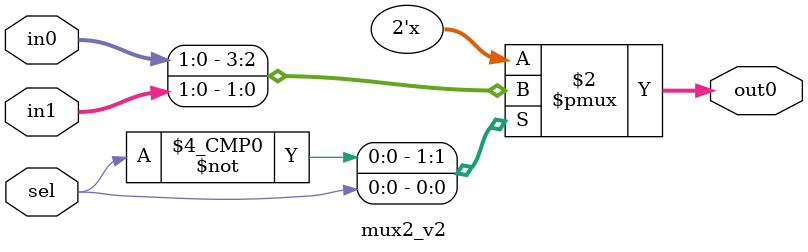
<source format=v>
module mux2_v2
(
   input wire [1:0]in0,
   input wire [1:0]in1, 
   input wire sel,
   output reg [1:0]out0
);

always @ (*)
begin
    case(sel)
        0: begin out0=in0; end
        1: begin out0=in1; end
    endcase
end

endmodule
</source>
